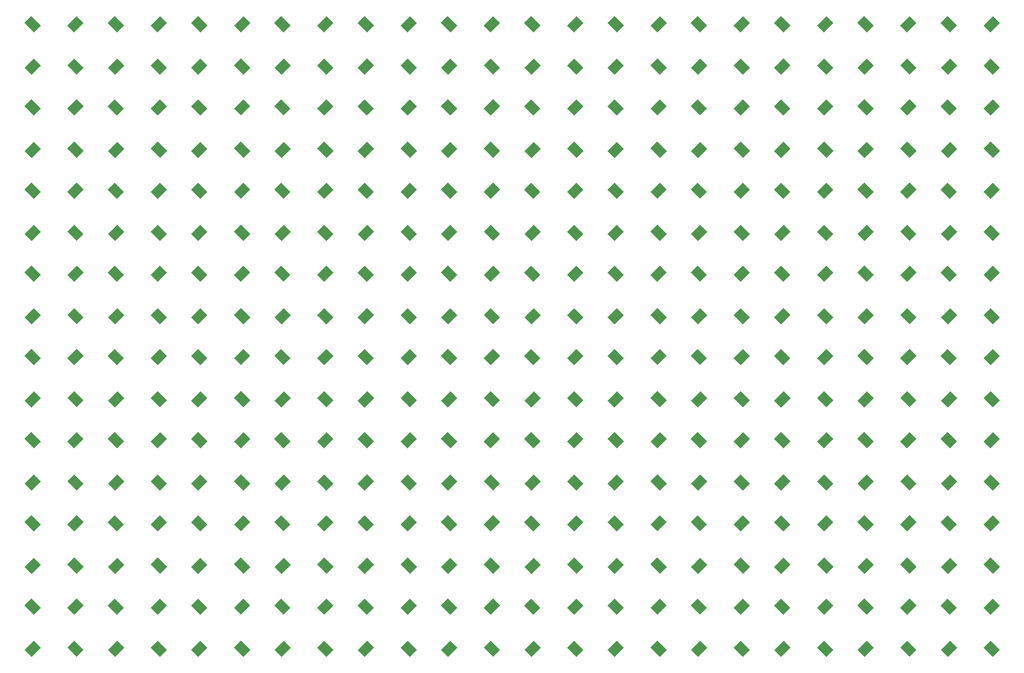
<source format=gbr>
G04 DipTrace 2.4.0.2*
%INroutetab.gbr*%
%MOIN*%
%FSLAX44Y44*%
G04*
G70*
G90*
G75*
G01*
%LNroutetab*%
%LPD*%
G36*
X3349Y7295D2*
X3880Y7826D1*
X4587Y7119D1*
X4056Y6588D1*
X3349Y7295D1*
G37*
G36*
X3897Y3365D2*
X3367Y3895D1*
X4074Y4602D1*
X4605Y4072D1*
X3897Y3365D1*
G37*
G36*
X7848Y3907D2*
X7317Y3376D1*
X6610Y4083D1*
X7140Y4614D1*
X7848Y3907D1*
G37*
G36*
X7318Y7822D2*
X7848Y7292D1*
X7141Y6585D1*
X6611Y7115D1*
X7318Y7822D1*
G37*
G36*
X9669Y7295D2*
X10200Y7826D1*
X10907Y7119D1*
X10376Y6588D1*
X9669Y7295D1*
G37*
G36*
X10217Y3365D2*
X9687Y3895D1*
X10394Y4602D1*
X10925Y4072D1*
X10217Y3365D1*
G37*
G36*
X14168Y3907D2*
X13637Y3376D1*
X12930Y4083D1*
X13460Y4614D1*
X14168Y3907D1*
G37*
G36*
X13638Y7822D2*
X14168Y7292D1*
X13461Y6585D1*
X12931Y7115D1*
X13638Y7822D1*
G37*
G36*
X15989Y7295D2*
X16520Y7826D1*
X17227Y7119D1*
X16696Y6588D1*
X15989Y7295D1*
G37*
G36*
X16537Y3365D2*
X16007Y3895D1*
X16714Y4602D1*
X17245Y4072D1*
X16537Y3365D1*
G37*
G36*
X20488Y3907D2*
X19957Y3376D1*
X19250Y4083D1*
X19780Y4614D1*
X20488Y3907D1*
G37*
G36*
X19958Y7822D2*
X20488Y7292D1*
X19781Y6585D1*
X19251Y7115D1*
X19958Y7822D1*
G37*
G36*
X22309Y7295D2*
X22840Y7826D1*
X23547Y7119D1*
X23016Y6588D1*
X22309Y7295D1*
G37*
G36*
X22857Y3365D2*
X22327Y3895D1*
X23034Y4602D1*
X23565Y4072D1*
X22857Y3365D1*
G37*
G36*
X26808Y3907D2*
X26277Y3376D1*
X25570Y4083D1*
X26100Y4614D1*
X26808Y3907D1*
G37*
G36*
X26278Y7822D2*
X26808Y7292D1*
X26101Y6585D1*
X25571Y7115D1*
X26278Y7822D1*
G37*
G36*
X28629Y7295D2*
X29160Y7826D1*
X29867Y7119D1*
X29336Y6588D1*
X28629Y7295D1*
G37*
G36*
X29177Y3365D2*
X28647Y3895D1*
X29354Y4602D1*
X29885Y4072D1*
X29177Y3365D1*
G37*
G36*
X33128Y3907D2*
X32597Y3376D1*
X31890Y4083D1*
X32420Y4614D1*
X33128Y3907D1*
G37*
G36*
X32598Y7822D2*
X33128Y7292D1*
X32421Y6585D1*
X31891Y7115D1*
X32598Y7822D1*
G37*
G36*
X34949Y7295D2*
X35480Y7826D1*
X36187Y7119D1*
X35656Y6588D1*
X34949Y7295D1*
G37*
G36*
X35497Y3365D2*
X34967Y3895D1*
X35674Y4602D1*
X36205Y4072D1*
X35497Y3365D1*
G37*
G36*
X39448Y3907D2*
X38917Y3376D1*
X38210Y4083D1*
X38740Y4614D1*
X39448Y3907D1*
G37*
G36*
X38918Y7822D2*
X39448Y7292D1*
X38741Y6585D1*
X38211Y7115D1*
X38918Y7822D1*
G37*
G36*
X41269Y7295D2*
X41800Y7826D1*
X42507Y7119D1*
X41976Y6588D1*
X41269Y7295D1*
G37*
G36*
X41817Y3365D2*
X41287Y3895D1*
X41994Y4602D1*
X42525Y4072D1*
X41817Y3365D1*
G37*
G36*
X45768Y3907D2*
X45237Y3376D1*
X44530Y4083D1*
X45060Y4614D1*
X45768Y3907D1*
G37*
G36*
X45238Y7822D2*
X45768Y7292D1*
X45061Y6585D1*
X44531Y7115D1*
X45238Y7822D1*
G37*
G36*
X47589Y7295D2*
X48120Y7826D1*
X48827Y7119D1*
X48296Y6588D1*
X47589Y7295D1*
G37*
G36*
X48137Y3365D2*
X47607Y3895D1*
X48314Y4602D1*
X48845Y4072D1*
X48137Y3365D1*
G37*
G36*
X52088Y3907D2*
X51557Y3376D1*
X50850Y4083D1*
X51380Y4614D1*
X52088Y3907D1*
G37*
G36*
X51558Y7822D2*
X52088Y7292D1*
X51381Y6585D1*
X50851Y7115D1*
X51558Y7822D1*
G37*
G36*
X53909Y7295D2*
X54440Y7826D1*
X55147Y7119D1*
X54616Y6588D1*
X53909Y7295D1*
G37*
G36*
X54457Y3365D2*
X53927Y3895D1*
X54634Y4602D1*
X55165Y4072D1*
X54457Y3365D1*
G37*
G36*
X58408Y3907D2*
X57877Y3376D1*
X57170Y4083D1*
X57700Y4614D1*
X58408Y3907D1*
G37*
G36*
X57878Y7822D2*
X58408Y7292D1*
X57701Y6585D1*
X57171Y7115D1*
X57878Y7822D1*
G37*
G36*
X60229Y7295D2*
X60760Y7826D1*
X61467Y7119D1*
X60936Y6588D1*
X60229Y7295D1*
G37*
G36*
X60777Y3365D2*
X60247Y3895D1*
X60954Y4602D1*
X61485Y4072D1*
X60777Y3365D1*
G37*
G36*
X64728Y3907D2*
X64197Y3376D1*
X63490Y4083D1*
X64020Y4614D1*
X64728Y3907D1*
G37*
G36*
X64198Y7822D2*
X64728Y7292D1*
X64021Y6585D1*
X63491Y7115D1*
X64198Y7822D1*
G37*
G36*
X66549Y7295D2*
X67080Y7826D1*
X67787Y7119D1*
X67256Y6588D1*
X66549Y7295D1*
G37*
G36*
X67097Y3365D2*
X66567Y3895D1*
X67274Y4602D1*
X67805Y4072D1*
X67097Y3365D1*
G37*
G36*
X71048Y3907D2*
X70517Y3376D1*
X69810Y4083D1*
X70340Y4614D1*
X71048Y3907D1*
G37*
G36*
X70518Y7822D2*
X71048Y7292D1*
X70341Y6585D1*
X69811Y7115D1*
X70518Y7822D1*
G37*
G36*
X72869Y7295D2*
X73400Y7826D1*
X74107Y7119D1*
X73576Y6588D1*
X72869Y7295D1*
G37*
G36*
X73417Y3365D2*
X72887Y3895D1*
X73594Y4602D1*
X74125Y4072D1*
X73417Y3365D1*
G37*
G36*
X77368Y3907D2*
X76837Y3376D1*
X76130Y4083D1*
X76660Y4614D1*
X77368Y3907D1*
G37*
G36*
X76838Y7822D2*
X77368Y7292D1*
X76661Y6585D1*
X76131Y7115D1*
X76838Y7822D1*
G37*
G36*
X3349Y13615D2*
X3880Y14146D1*
X4587Y13439D1*
X4056Y12908D1*
X3349Y13615D1*
G37*
G36*
X3897Y9685D2*
X3367Y10215D1*
X4074Y10922D1*
X4605Y10392D1*
X3897Y9685D1*
G37*
G36*
X7848Y10227D2*
X7317Y9696D1*
X6610Y10403D1*
X7140Y10934D1*
X7848Y10227D1*
G37*
G36*
X7318Y14142D2*
X7848Y13612D1*
X7141Y12905D1*
X6611Y13435D1*
X7318Y14142D1*
G37*
G36*
X9669Y13615D2*
X10200Y14146D1*
X10907Y13439D1*
X10376Y12908D1*
X9669Y13615D1*
G37*
G36*
X10217Y9685D2*
X9687Y10215D1*
X10394Y10922D1*
X10925Y10392D1*
X10217Y9685D1*
G37*
G36*
X14168Y10227D2*
X13637Y9696D1*
X12930Y10403D1*
X13460Y10934D1*
X14168Y10227D1*
G37*
G36*
X13638Y14142D2*
X14168Y13612D1*
X13461Y12905D1*
X12931Y13435D1*
X13638Y14142D1*
G37*
G36*
X15989Y13615D2*
X16520Y14146D1*
X17227Y13439D1*
X16696Y12908D1*
X15989Y13615D1*
G37*
G36*
X16537Y9685D2*
X16007Y10215D1*
X16714Y10922D1*
X17245Y10392D1*
X16537Y9685D1*
G37*
G36*
X20488Y10227D2*
X19957Y9696D1*
X19250Y10403D1*
X19780Y10934D1*
X20488Y10227D1*
G37*
G36*
X19958Y14142D2*
X20488Y13612D1*
X19781Y12905D1*
X19251Y13435D1*
X19958Y14142D1*
G37*
G36*
X22309Y13615D2*
X22840Y14146D1*
X23547Y13439D1*
X23016Y12908D1*
X22309Y13615D1*
G37*
G36*
X22857Y9685D2*
X22327Y10215D1*
X23034Y10922D1*
X23565Y10392D1*
X22857Y9685D1*
G37*
G36*
X26808Y10227D2*
X26277Y9696D1*
X25570Y10403D1*
X26100Y10934D1*
X26808Y10227D1*
G37*
G36*
X26278Y14142D2*
X26808Y13612D1*
X26101Y12905D1*
X25571Y13435D1*
X26278Y14142D1*
G37*
G36*
X28629Y13615D2*
X29160Y14146D1*
X29867Y13439D1*
X29336Y12908D1*
X28629Y13615D1*
G37*
G36*
X29177Y9685D2*
X28647Y10215D1*
X29354Y10922D1*
X29885Y10392D1*
X29177Y9685D1*
G37*
G36*
X33128Y10227D2*
X32597Y9696D1*
X31890Y10403D1*
X32420Y10934D1*
X33128Y10227D1*
G37*
G36*
X32598Y14142D2*
X33128Y13612D1*
X32421Y12905D1*
X31891Y13435D1*
X32598Y14142D1*
G37*
G36*
X34949Y13615D2*
X35480Y14146D1*
X36187Y13439D1*
X35656Y12908D1*
X34949Y13615D1*
G37*
G36*
X35497Y9685D2*
X34967Y10215D1*
X35674Y10922D1*
X36205Y10392D1*
X35497Y9685D1*
G37*
G36*
X39448Y10227D2*
X38917Y9696D1*
X38210Y10403D1*
X38740Y10934D1*
X39448Y10227D1*
G37*
G36*
X38918Y14142D2*
X39448Y13612D1*
X38741Y12905D1*
X38211Y13435D1*
X38918Y14142D1*
G37*
G36*
X41269Y13615D2*
X41800Y14146D1*
X42507Y13439D1*
X41976Y12908D1*
X41269Y13615D1*
G37*
G36*
X41817Y9685D2*
X41287Y10215D1*
X41994Y10922D1*
X42525Y10392D1*
X41817Y9685D1*
G37*
G36*
X45768Y10227D2*
X45237Y9696D1*
X44530Y10403D1*
X45060Y10934D1*
X45768Y10227D1*
G37*
G36*
X45238Y14142D2*
X45768Y13612D1*
X45061Y12905D1*
X44531Y13435D1*
X45238Y14142D1*
G37*
G36*
X47589Y13615D2*
X48120Y14146D1*
X48827Y13439D1*
X48296Y12908D1*
X47589Y13615D1*
G37*
G36*
X48137Y9685D2*
X47607Y10215D1*
X48314Y10922D1*
X48845Y10392D1*
X48137Y9685D1*
G37*
G36*
X52088Y10227D2*
X51557Y9696D1*
X50850Y10403D1*
X51380Y10934D1*
X52088Y10227D1*
G37*
G36*
X51558Y14142D2*
X52088Y13612D1*
X51381Y12905D1*
X50851Y13435D1*
X51558Y14142D1*
G37*
G36*
X53909Y13615D2*
X54440Y14146D1*
X55147Y13439D1*
X54616Y12908D1*
X53909Y13615D1*
G37*
G36*
X54457Y9685D2*
X53927Y10215D1*
X54634Y10922D1*
X55165Y10392D1*
X54457Y9685D1*
G37*
G36*
X58408Y10227D2*
X57877Y9696D1*
X57170Y10403D1*
X57700Y10934D1*
X58408Y10227D1*
G37*
G36*
X57878Y14142D2*
X58408Y13612D1*
X57701Y12905D1*
X57171Y13435D1*
X57878Y14142D1*
G37*
G36*
X60229Y13615D2*
X60760Y14146D1*
X61467Y13439D1*
X60936Y12908D1*
X60229Y13615D1*
G37*
G36*
X60777Y9685D2*
X60247Y10215D1*
X60954Y10922D1*
X61485Y10392D1*
X60777Y9685D1*
G37*
G36*
X64728Y10227D2*
X64197Y9696D1*
X63490Y10403D1*
X64020Y10934D1*
X64728Y10227D1*
G37*
G36*
X64198Y14142D2*
X64728Y13612D1*
X64021Y12905D1*
X63491Y13435D1*
X64198Y14142D1*
G37*
G36*
X66549Y13615D2*
X67080Y14146D1*
X67787Y13439D1*
X67256Y12908D1*
X66549Y13615D1*
G37*
G36*
X67097Y9685D2*
X66567Y10215D1*
X67274Y10922D1*
X67805Y10392D1*
X67097Y9685D1*
G37*
G36*
X71048Y10227D2*
X70517Y9696D1*
X69810Y10403D1*
X70340Y10934D1*
X71048Y10227D1*
G37*
G36*
X70518Y14142D2*
X71048Y13612D1*
X70341Y12905D1*
X69811Y13435D1*
X70518Y14142D1*
G37*
G36*
X72869Y13615D2*
X73400Y14146D1*
X74107Y13439D1*
X73576Y12908D1*
X72869Y13615D1*
G37*
G36*
X73417Y9685D2*
X72887Y10215D1*
X73594Y10922D1*
X74125Y10392D1*
X73417Y9685D1*
G37*
G36*
X77368Y10227D2*
X76837Y9696D1*
X76130Y10403D1*
X76660Y10934D1*
X77368Y10227D1*
G37*
G36*
X76838Y14142D2*
X77368Y13612D1*
X76661Y12905D1*
X76131Y13435D1*
X76838Y14142D1*
G37*
G36*
X3349Y19935D2*
X3880Y20466D1*
X4587Y19759D1*
X4056Y19228D1*
X3349Y19935D1*
G37*
G36*
X3897Y16005D2*
X3367Y16535D1*
X4074Y17242D1*
X4605Y16712D1*
X3897Y16005D1*
G37*
G36*
X7848Y16547D2*
X7317Y16016D1*
X6610Y16723D1*
X7140Y17254D1*
X7848Y16547D1*
G37*
G36*
X7318Y20462D2*
X7848Y19932D1*
X7141Y19225D1*
X6611Y19755D1*
X7318Y20462D1*
G37*
G36*
X9669Y19935D2*
X10200Y20466D1*
X10907Y19759D1*
X10376Y19228D1*
X9669Y19935D1*
G37*
G36*
X10217Y16005D2*
X9687Y16535D1*
X10394Y17242D1*
X10925Y16712D1*
X10217Y16005D1*
G37*
G36*
X14168Y16547D2*
X13637Y16016D1*
X12930Y16723D1*
X13460Y17254D1*
X14168Y16547D1*
G37*
G36*
X13638Y20462D2*
X14168Y19932D1*
X13461Y19225D1*
X12931Y19755D1*
X13638Y20462D1*
G37*
G36*
X15989Y19935D2*
X16520Y20466D1*
X17227Y19759D1*
X16696Y19228D1*
X15989Y19935D1*
G37*
G36*
X16537Y16005D2*
X16007Y16535D1*
X16714Y17242D1*
X17245Y16712D1*
X16537Y16005D1*
G37*
G36*
X20488Y16547D2*
X19957Y16016D1*
X19250Y16723D1*
X19780Y17254D1*
X20488Y16547D1*
G37*
G36*
X19958Y20462D2*
X20488Y19932D1*
X19781Y19225D1*
X19251Y19755D1*
X19958Y20462D1*
G37*
G36*
X22309Y19935D2*
X22840Y20466D1*
X23547Y19759D1*
X23016Y19228D1*
X22309Y19935D1*
G37*
G36*
X22857Y16005D2*
X22327Y16535D1*
X23034Y17242D1*
X23565Y16712D1*
X22857Y16005D1*
G37*
G36*
X26808Y16547D2*
X26277Y16016D1*
X25570Y16723D1*
X26100Y17254D1*
X26808Y16547D1*
G37*
G36*
X26278Y20462D2*
X26808Y19932D1*
X26101Y19225D1*
X25571Y19755D1*
X26278Y20462D1*
G37*
G36*
X28629Y19935D2*
X29160Y20466D1*
X29867Y19759D1*
X29336Y19228D1*
X28629Y19935D1*
G37*
G36*
X29177Y16005D2*
X28647Y16535D1*
X29354Y17242D1*
X29885Y16712D1*
X29177Y16005D1*
G37*
G36*
X33128Y16547D2*
X32597Y16016D1*
X31890Y16723D1*
X32420Y17254D1*
X33128Y16547D1*
G37*
G36*
X32598Y20462D2*
X33128Y19932D1*
X32421Y19225D1*
X31891Y19755D1*
X32598Y20462D1*
G37*
G36*
X34949Y19935D2*
X35480Y20466D1*
X36187Y19759D1*
X35656Y19228D1*
X34949Y19935D1*
G37*
G36*
X35497Y16005D2*
X34967Y16535D1*
X35674Y17242D1*
X36205Y16712D1*
X35497Y16005D1*
G37*
G36*
X39448Y16547D2*
X38917Y16016D1*
X38210Y16723D1*
X38740Y17254D1*
X39448Y16547D1*
G37*
G36*
X38918Y20462D2*
X39448Y19932D1*
X38741Y19225D1*
X38211Y19755D1*
X38918Y20462D1*
G37*
G36*
X41269Y19935D2*
X41800Y20466D1*
X42507Y19759D1*
X41976Y19228D1*
X41269Y19935D1*
G37*
G36*
X41817Y16005D2*
X41287Y16535D1*
X41994Y17242D1*
X42525Y16712D1*
X41817Y16005D1*
G37*
G36*
X45768Y16547D2*
X45237Y16016D1*
X44530Y16723D1*
X45060Y17254D1*
X45768Y16547D1*
G37*
G36*
X45238Y20462D2*
X45768Y19932D1*
X45061Y19225D1*
X44531Y19755D1*
X45238Y20462D1*
G37*
G36*
X47589Y19935D2*
X48120Y20466D1*
X48827Y19759D1*
X48296Y19228D1*
X47589Y19935D1*
G37*
G36*
X48137Y16005D2*
X47607Y16535D1*
X48314Y17242D1*
X48845Y16712D1*
X48137Y16005D1*
G37*
G36*
X52088Y16547D2*
X51557Y16016D1*
X50850Y16723D1*
X51380Y17254D1*
X52088Y16547D1*
G37*
G36*
X51558Y20462D2*
X52088Y19932D1*
X51381Y19225D1*
X50851Y19755D1*
X51558Y20462D1*
G37*
G36*
X53909Y19935D2*
X54440Y20466D1*
X55147Y19759D1*
X54616Y19228D1*
X53909Y19935D1*
G37*
G36*
X54457Y16005D2*
X53927Y16535D1*
X54634Y17242D1*
X55165Y16712D1*
X54457Y16005D1*
G37*
G36*
X58408Y16547D2*
X57877Y16016D1*
X57170Y16723D1*
X57700Y17254D1*
X58408Y16547D1*
G37*
G36*
X57878Y20462D2*
X58408Y19932D1*
X57701Y19225D1*
X57171Y19755D1*
X57878Y20462D1*
G37*
G36*
X60229Y19935D2*
X60760Y20466D1*
X61467Y19759D1*
X60936Y19228D1*
X60229Y19935D1*
G37*
G36*
X60777Y16005D2*
X60247Y16535D1*
X60954Y17242D1*
X61485Y16712D1*
X60777Y16005D1*
G37*
G36*
X64728Y16547D2*
X64197Y16016D1*
X63490Y16723D1*
X64020Y17254D1*
X64728Y16547D1*
G37*
G36*
X64198Y20462D2*
X64728Y19932D1*
X64021Y19225D1*
X63491Y19755D1*
X64198Y20462D1*
G37*
G36*
X66549Y19935D2*
X67080Y20466D1*
X67787Y19759D1*
X67256Y19228D1*
X66549Y19935D1*
G37*
G36*
X67097Y16005D2*
X66567Y16535D1*
X67274Y17242D1*
X67805Y16712D1*
X67097Y16005D1*
G37*
G36*
X71048Y16547D2*
X70517Y16016D1*
X69810Y16723D1*
X70340Y17254D1*
X71048Y16547D1*
G37*
G36*
X70518Y20462D2*
X71048Y19932D1*
X70341Y19225D1*
X69811Y19755D1*
X70518Y20462D1*
G37*
G36*
X72869Y19935D2*
X73400Y20466D1*
X74107Y19759D1*
X73576Y19228D1*
X72869Y19935D1*
G37*
G36*
X73417Y16005D2*
X72887Y16535D1*
X73594Y17242D1*
X74125Y16712D1*
X73417Y16005D1*
G37*
G36*
X77368Y16547D2*
X76837Y16016D1*
X76130Y16723D1*
X76660Y17254D1*
X77368Y16547D1*
G37*
G36*
X76838Y20462D2*
X77368Y19932D1*
X76661Y19225D1*
X76131Y19755D1*
X76838Y20462D1*
G37*
G36*
X3349Y26255D2*
X3880Y26786D1*
X4587Y26079D1*
X4056Y25548D1*
X3349Y26255D1*
G37*
G36*
X3897Y22325D2*
X3367Y22855D1*
X4074Y23562D1*
X4605Y23032D1*
X3897Y22325D1*
G37*
G36*
X7848Y22867D2*
X7317Y22336D1*
X6610Y23043D1*
X7140Y23574D1*
X7848Y22867D1*
G37*
G36*
X7318Y26782D2*
X7848Y26252D1*
X7141Y25545D1*
X6611Y26075D1*
X7318Y26782D1*
G37*
G36*
X9669Y26255D2*
X10200Y26786D1*
X10907Y26079D1*
X10376Y25548D1*
X9669Y26255D1*
G37*
G36*
X10217Y22325D2*
X9687Y22855D1*
X10394Y23562D1*
X10925Y23032D1*
X10217Y22325D1*
G37*
G36*
X14168Y22867D2*
X13637Y22336D1*
X12930Y23043D1*
X13460Y23574D1*
X14168Y22867D1*
G37*
G36*
X13638Y26782D2*
X14168Y26252D1*
X13461Y25545D1*
X12931Y26075D1*
X13638Y26782D1*
G37*
G36*
X15989Y26255D2*
X16520Y26786D1*
X17227Y26079D1*
X16696Y25548D1*
X15989Y26255D1*
G37*
G36*
X16537Y22325D2*
X16007Y22855D1*
X16714Y23562D1*
X17245Y23032D1*
X16537Y22325D1*
G37*
G36*
X20488Y22867D2*
X19957Y22336D1*
X19250Y23043D1*
X19780Y23574D1*
X20488Y22867D1*
G37*
G36*
X19958Y26782D2*
X20488Y26252D1*
X19781Y25545D1*
X19251Y26075D1*
X19958Y26782D1*
G37*
G36*
X22309Y26255D2*
X22840Y26786D1*
X23547Y26079D1*
X23016Y25548D1*
X22309Y26255D1*
G37*
G36*
X22857Y22325D2*
X22327Y22855D1*
X23034Y23562D1*
X23565Y23032D1*
X22857Y22325D1*
G37*
G36*
X26808Y22867D2*
X26277Y22336D1*
X25570Y23043D1*
X26100Y23574D1*
X26808Y22867D1*
G37*
G36*
X26278Y26782D2*
X26808Y26252D1*
X26101Y25545D1*
X25571Y26075D1*
X26278Y26782D1*
G37*
G36*
X28629Y26255D2*
X29160Y26786D1*
X29867Y26079D1*
X29336Y25548D1*
X28629Y26255D1*
G37*
G36*
X29177Y22325D2*
X28647Y22855D1*
X29354Y23562D1*
X29885Y23032D1*
X29177Y22325D1*
G37*
G36*
X33128Y22867D2*
X32597Y22336D1*
X31890Y23043D1*
X32420Y23574D1*
X33128Y22867D1*
G37*
G36*
X32598Y26782D2*
X33128Y26252D1*
X32421Y25545D1*
X31891Y26075D1*
X32598Y26782D1*
G37*
G36*
X34949Y26255D2*
X35480Y26786D1*
X36187Y26079D1*
X35656Y25548D1*
X34949Y26255D1*
G37*
G36*
X35497Y22325D2*
X34967Y22855D1*
X35674Y23562D1*
X36205Y23032D1*
X35497Y22325D1*
G37*
G36*
X39448Y22867D2*
X38917Y22336D1*
X38210Y23043D1*
X38740Y23574D1*
X39448Y22867D1*
G37*
G36*
X38918Y26782D2*
X39448Y26252D1*
X38741Y25545D1*
X38211Y26075D1*
X38918Y26782D1*
G37*
G36*
X41269Y26255D2*
X41800Y26786D1*
X42507Y26079D1*
X41976Y25548D1*
X41269Y26255D1*
G37*
G36*
X41817Y22325D2*
X41287Y22855D1*
X41994Y23562D1*
X42525Y23032D1*
X41817Y22325D1*
G37*
G36*
X45768Y22867D2*
X45237Y22336D1*
X44530Y23043D1*
X45060Y23574D1*
X45768Y22867D1*
G37*
G36*
X45238Y26782D2*
X45768Y26252D1*
X45061Y25545D1*
X44531Y26075D1*
X45238Y26782D1*
G37*
G36*
X47589Y26255D2*
X48120Y26786D1*
X48827Y26079D1*
X48296Y25548D1*
X47589Y26255D1*
G37*
G36*
X48137Y22325D2*
X47607Y22855D1*
X48314Y23562D1*
X48845Y23032D1*
X48137Y22325D1*
G37*
G36*
X52088Y22867D2*
X51557Y22336D1*
X50850Y23043D1*
X51380Y23574D1*
X52088Y22867D1*
G37*
G36*
X51558Y26782D2*
X52088Y26252D1*
X51381Y25545D1*
X50851Y26075D1*
X51558Y26782D1*
G37*
G36*
X53909Y26255D2*
X54440Y26786D1*
X55147Y26079D1*
X54616Y25548D1*
X53909Y26255D1*
G37*
G36*
X54457Y22325D2*
X53927Y22855D1*
X54634Y23562D1*
X55165Y23032D1*
X54457Y22325D1*
G37*
G36*
X58408Y22867D2*
X57877Y22336D1*
X57170Y23043D1*
X57700Y23574D1*
X58408Y22867D1*
G37*
G36*
X57878Y26782D2*
X58408Y26252D1*
X57701Y25545D1*
X57171Y26075D1*
X57878Y26782D1*
G37*
G36*
X60229Y26255D2*
X60760Y26786D1*
X61467Y26079D1*
X60936Y25548D1*
X60229Y26255D1*
G37*
G36*
X60777Y22325D2*
X60247Y22855D1*
X60954Y23562D1*
X61485Y23032D1*
X60777Y22325D1*
G37*
G36*
X64728Y22867D2*
X64197Y22336D1*
X63490Y23043D1*
X64020Y23574D1*
X64728Y22867D1*
G37*
G36*
X64198Y26782D2*
X64728Y26252D1*
X64021Y25545D1*
X63491Y26075D1*
X64198Y26782D1*
G37*
G36*
X66549Y26255D2*
X67080Y26786D1*
X67787Y26079D1*
X67256Y25548D1*
X66549Y26255D1*
G37*
G36*
X67097Y22325D2*
X66567Y22855D1*
X67274Y23562D1*
X67805Y23032D1*
X67097Y22325D1*
G37*
G36*
X71048Y22867D2*
X70517Y22336D1*
X69810Y23043D1*
X70340Y23574D1*
X71048Y22867D1*
G37*
G36*
X70518Y26782D2*
X71048Y26252D1*
X70341Y25545D1*
X69811Y26075D1*
X70518Y26782D1*
G37*
G36*
X72869Y26255D2*
X73400Y26786D1*
X74107Y26079D1*
X73576Y25548D1*
X72869Y26255D1*
G37*
G36*
X73417Y22325D2*
X72887Y22855D1*
X73594Y23562D1*
X74125Y23032D1*
X73417Y22325D1*
G37*
G36*
X77368Y22867D2*
X76837Y22336D1*
X76130Y23043D1*
X76660Y23574D1*
X77368Y22867D1*
G37*
G36*
X76838Y26782D2*
X77368Y26252D1*
X76661Y25545D1*
X76131Y26075D1*
X76838Y26782D1*
G37*
G36*
X3349Y32575D2*
X3880Y33106D1*
X4587Y32399D1*
X4056Y31868D1*
X3349Y32575D1*
G37*
G36*
X3897Y28645D2*
X3367Y29175D1*
X4074Y29882D1*
X4605Y29352D1*
X3897Y28645D1*
G37*
G36*
X7848Y29187D2*
X7317Y28656D1*
X6610Y29363D1*
X7140Y29894D1*
X7848Y29187D1*
G37*
G36*
X7318Y33102D2*
X7848Y32572D1*
X7141Y31865D1*
X6611Y32395D1*
X7318Y33102D1*
G37*
G36*
X9669Y32575D2*
X10200Y33106D1*
X10907Y32399D1*
X10376Y31868D1*
X9669Y32575D1*
G37*
G36*
X10217Y28645D2*
X9687Y29175D1*
X10394Y29882D1*
X10925Y29352D1*
X10217Y28645D1*
G37*
G36*
X14168Y29187D2*
X13637Y28656D1*
X12930Y29363D1*
X13460Y29894D1*
X14168Y29187D1*
G37*
G36*
X13638Y33102D2*
X14168Y32572D1*
X13461Y31865D1*
X12931Y32395D1*
X13638Y33102D1*
G37*
G36*
X15989Y32575D2*
X16520Y33106D1*
X17227Y32399D1*
X16696Y31868D1*
X15989Y32575D1*
G37*
G36*
X16537Y28645D2*
X16007Y29175D1*
X16714Y29882D1*
X17245Y29352D1*
X16537Y28645D1*
G37*
G36*
X20488Y29187D2*
X19957Y28656D1*
X19250Y29363D1*
X19780Y29894D1*
X20488Y29187D1*
G37*
G36*
X19958Y33102D2*
X20488Y32572D1*
X19781Y31865D1*
X19251Y32395D1*
X19958Y33102D1*
G37*
G36*
X22309Y32575D2*
X22840Y33106D1*
X23547Y32399D1*
X23016Y31868D1*
X22309Y32575D1*
G37*
G36*
X22857Y28645D2*
X22327Y29175D1*
X23034Y29882D1*
X23565Y29352D1*
X22857Y28645D1*
G37*
G36*
X26808Y29187D2*
X26277Y28656D1*
X25570Y29363D1*
X26100Y29894D1*
X26808Y29187D1*
G37*
G36*
X26278Y33102D2*
X26808Y32572D1*
X26101Y31865D1*
X25571Y32395D1*
X26278Y33102D1*
G37*
G36*
X28629Y32575D2*
X29160Y33106D1*
X29867Y32399D1*
X29336Y31868D1*
X28629Y32575D1*
G37*
G36*
X29177Y28645D2*
X28647Y29175D1*
X29354Y29882D1*
X29885Y29352D1*
X29177Y28645D1*
G37*
G36*
X33128Y29187D2*
X32597Y28656D1*
X31890Y29363D1*
X32420Y29894D1*
X33128Y29187D1*
G37*
G36*
X32598Y33102D2*
X33128Y32572D1*
X32421Y31865D1*
X31891Y32395D1*
X32598Y33102D1*
G37*
G36*
X34949Y32575D2*
X35480Y33106D1*
X36187Y32399D1*
X35656Y31868D1*
X34949Y32575D1*
G37*
G36*
X35497Y28645D2*
X34967Y29175D1*
X35674Y29882D1*
X36205Y29352D1*
X35497Y28645D1*
G37*
G36*
X39448Y29187D2*
X38917Y28656D1*
X38210Y29363D1*
X38740Y29894D1*
X39448Y29187D1*
G37*
G36*
X38918Y33102D2*
X39448Y32572D1*
X38741Y31865D1*
X38211Y32395D1*
X38918Y33102D1*
G37*
G36*
X41269Y32575D2*
X41800Y33106D1*
X42507Y32399D1*
X41976Y31868D1*
X41269Y32575D1*
G37*
G36*
X41817Y28645D2*
X41287Y29175D1*
X41994Y29882D1*
X42525Y29352D1*
X41817Y28645D1*
G37*
G36*
X45768Y29187D2*
X45237Y28656D1*
X44530Y29363D1*
X45060Y29894D1*
X45768Y29187D1*
G37*
G36*
X45238Y33102D2*
X45768Y32572D1*
X45061Y31865D1*
X44531Y32395D1*
X45238Y33102D1*
G37*
G36*
X47589Y32575D2*
X48120Y33106D1*
X48827Y32399D1*
X48296Y31868D1*
X47589Y32575D1*
G37*
G36*
X48137Y28645D2*
X47607Y29175D1*
X48314Y29882D1*
X48845Y29352D1*
X48137Y28645D1*
G37*
G36*
X52088Y29187D2*
X51557Y28656D1*
X50850Y29363D1*
X51380Y29894D1*
X52088Y29187D1*
G37*
G36*
X51558Y33102D2*
X52088Y32572D1*
X51381Y31865D1*
X50851Y32395D1*
X51558Y33102D1*
G37*
G36*
X53909Y32575D2*
X54440Y33106D1*
X55147Y32399D1*
X54616Y31868D1*
X53909Y32575D1*
G37*
G36*
X54457Y28645D2*
X53927Y29175D1*
X54634Y29882D1*
X55165Y29352D1*
X54457Y28645D1*
G37*
G36*
X58408Y29187D2*
X57877Y28656D1*
X57170Y29363D1*
X57700Y29894D1*
X58408Y29187D1*
G37*
G36*
X57878Y33102D2*
X58408Y32572D1*
X57701Y31865D1*
X57171Y32395D1*
X57878Y33102D1*
G37*
G36*
X60229Y32575D2*
X60760Y33106D1*
X61467Y32399D1*
X60936Y31868D1*
X60229Y32575D1*
G37*
G36*
X60777Y28645D2*
X60247Y29175D1*
X60954Y29882D1*
X61485Y29352D1*
X60777Y28645D1*
G37*
G36*
X64728Y29187D2*
X64197Y28656D1*
X63490Y29363D1*
X64020Y29894D1*
X64728Y29187D1*
G37*
G36*
X64198Y33102D2*
X64728Y32572D1*
X64021Y31865D1*
X63491Y32395D1*
X64198Y33102D1*
G37*
G36*
X66549Y32575D2*
X67080Y33106D1*
X67787Y32399D1*
X67256Y31868D1*
X66549Y32575D1*
G37*
G36*
X67097Y28645D2*
X66567Y29175D1*
X67274Y29882D1*
X67805Y29352D1*
X67097Y28645D1*
G37*
G36*
X71048Y29187D2*
X70517Y28656D1*
X69810Y29363D1*
X70340Y29894D1*
X71048Y29187D1*
G37*
G36*
X70518Y33102D2*
X71048Y32572D1*
X70341Y31865D1*
X69811Y32395D1*
X70518Y33102D1*
G37*
G36*
X72869Y32575D2*
X73400Y33106D1*
X74107Y32399D1*
X73576Y31868D1*
X72869Y32575D1*
G37*
G36*
X73417Y28645D2*
X72887Y29175D1*
X73594Y29882D1*
X74125Y29352D1*
X73417Y28645D1*
G37*
G36*
X77368Y29187D2*
X76837Y28656D1*
X76130Y29363D1*
X76660Y29894D1*
X77368Y29187D1*
G37*
G36*
X76838Y33102D2*
X77368Y32572D1*
X76661Y31865D1*
X76131Y32395D1*
X76838Y33102D1*
G37*
G36*
X3349Y38895D2*
X3880Y39426D1*
X4587Y38719D1*
X4056Y38188D1*
X3349Y38895D1*
G37*
G36*
X3897Y34965D2*
X3367Y35495D1*
X4074Y36202D1*
X4605Y35672D1*
X3897Y34965D1*
G37*
G36*
X7848Y35507D2*
X7317Y34976D1*
X6610Y35683D1*
X7140Y36214D1*
X7848Y35507D1*
G37*
G36*
X7318Y39422D2*
X7848Y38892D1*
X7141Y38185D1*
X6611Y38715D1*
X7318Y39422D1*
G37*
G36*
X9669Y38895D2*
X10200Y39426D1*
X10907Y38719D1*
X10376Y38188D1*
X9669Y38895D1*
G37*
G36*
X10217Y34965D2*
X9687Y35495D1*
X10394Y36202D1*
X10925Y35672D1*
X10217Y34965D1*
G37*
G36*
X14168Y35507D2*
X13637Y34976D1*
X12930Y35683D1*
X13460Y36214D1*
X14168Y35507D1*
G37*
G36*
X13638Y39422D2*
X14168Y38892D1*
X13461Y38185D1*
X12931Y38715D1*
X13638Y39422D1*
G37*
G36*
X15989Y38895D2*
X16520Y39426D1*
X17227Y38719D1*
X16696Y38188D1*
X15989Y38895D1*
G37*
G36*
X16537Y34965D2*
X16007Y35495D1*
X16714Y36202D1*
X17245Y35672D1*
X16537Y34965D1*
G37*
G36*
X20488Y35507D2*
X19957Y34976D1*
X19250Y35683D1*
X19780Y36214D1*
X20488Y35507D1*
G37*
G36*
X19958Y39422D2*
X20488Y38892D1*
X19781Y38185D1*
X19251Y38715D1*
X19958Y39422D1*
G37*
G36*
X22309Y38895D2*
X22840Y39426D1*
X23547Y38719D1*
X23016Y38188D1*
X22309Y38895D1*
G37*
G36*
X22857Y34965D2*
X22327Y35495D1*
X23034Y36202D1*
X23565Y35672D1*
X22857Y34965D1*
G37*
G36*
X26808Y35507D2*
X26277Y34976D1*
X25570Y35683D1*
X26100Y36214D1*
X26808Y35507D1*
G37*
G36*
X26278Y39422D2*
X26808Y38892D1*
X26101Y38185D1*
X25571Y38715D1*
X26278Y39422D1*
G37*
G36*
X28629Y38895D2*
X29160Y39426D1*
X29867Y38719D1*
X29336Y38188D1*
X28629Y38895D1*
G37*
G36*
X29177Y34965D2*
X28647Y35495D1*
X29354Y36202D1*
X29885Y35672D1*
X29177Y34965D1*
G37*
G36*
X33128Y35507D2*
X32597Y34976D1*
X31890Y35683D1*
X32420Y36214D1*
X33128Y35507D1*
G37*
G36*
X32598Y39422D2*
X33128Y38892D1*
X32421Y38185D1*
X31891Y38715D1*
X32598Y39422D1*
G37*
G36*
X34949Y38895D2*
X35480Y39426D1*
X36187Y38719D1*
X35656Y38188D1*
X34949Y38895D1*
G37*
G36*
X35497Y34965D2*
X34967Y35495D1*
X35674Y36202D1*
X36205Y35672D1*
X35497Y34965D1*
G37*
G36*
X39448Y35507D2*
X38917Y34976D1*
X38210Y35683D1*
X38740Y36214D1*
X39448Y35507D1*
G37*
G36*
X38918Y39422D2*
X39448Y38892D1*
X38741Y38185D1*
X38211Y38715D1*
X38918Y39422D1*
G37*
G36*
X41269Y38895D2*
X41800Y39426D1*
X42507Y38719D1*
X41976Y38188D1*
X41269Y38895D1*
G37*
G36*
X41817Y34965D2*
X41287Y35495D1*
X41994Y36202D1*
X42525Y35672D1*
X41817Y34965D1*
G37*
G36*
X45768Y35507D2*
X45237Y34976D1*
X44530Y35683D1*
X45060Y36214D1*
X45768Y35507D1*
G37*
G36*
X45238Y39422D2*
X45768Y38892D1*
X45061Y38185D1*
X44531Y38715D1*
X45238Y39422D1*
G37*
G36*
X47589Y38895D2*
X48120Y39426D1*
X48827Y38719D1*
X48296Y38188D1*
X47589Y38895D1*
G37*
G36*
X48137Y34965D2*
X47607Y35495D1*
X48314Y36202D1*
X48845Y35672D1*
X48137Y34965D1*
G37*
G36*
X52088Y35507D2*
X51557Y34976D1*
X50850Y35683D1*
X51380Y36214D1*
X52088Y35507D1*
G37*
G36*
X51558Y39422D2*
X52088Y38892D1*
X51381Y38185D1*
X50851Y38715D1*
X51558Y39422D1*
G37*
G36*
X53909Y38895D2*
X54440Y39426D1*
X55147Y38719D1*
X54616Y38188D1*
X53909Y38895D1*
G37*
G36*
X54457Y34965D2*
X53927Y35495D1*
X54634Y36202D1*
X55165Y35672D1*
X54457Y34965D1*
G37*
G36*
X58408Y35507D2*
X57877Y34976D1*
X57170Y35683D1*
X57700Y36214D1*
X58408Y35507D1*
G37*
G36*
X57878Y39422D2*
X58408Y38892D1*
X57701Y38185D1*
X57171Y38715D1*
X57878Y39422D1*
G37*
G36*
X60229Y38895D2*
X60760Y39426D1*
X61467Y38719D1*
X60936Y38188D1*
X60229Y38895D1*
G37*
G36*
X60777Y34965D2*
X60247Y35495D1*
X60954Y36202D1*
X61485Y35672D1*
X60777Y34965D1*
G37*
G36*
X64728Y35507D2*
X64197Y34976D1*
X63490Y35683D1*
X64020Y36214D1*
X64728Y35507D1*
G37*
G36*
X64198Y39422D2*
X64728Y38892D1*
X64021Y38185D1*
X63491Y38715D1*
X64198Y39422D1*
G37*
G36*
X66549Y38895D2*
X67080Y39426D1*
X67787Y38719D1*
X67256Y38188D1*
X66549Y38895D1*
G37*
G36*
X67097Y34965D2*
X66567Y35495D1*
X67274Y36202D1*
X67805Y35672D1*
X67097Y34965D1*
G37*
G36*
X71048Y35507D2*
X70517Y34976D1*
X69810Y35683D1*
X70340Y36214D1*
X71048Y35507D1*
G37*
G36*
X70518Y39422D2*
X71048Y38892D1*
X70341Y38185D1*
X69811Y38715D1*
X70518Y39422D1*
G37*
G36*
X72869Y38895D2*
X73400Y39426D1*
X74107Y38719D1*
X73576Y38188D1*
X72869Y38895D1*
G37*
G36*
X73417Y34965D2*
X72887Y35495D1*
X73594Y36202D1*
X74125Y35672D1*
X73417Y34965D1*
G37*
G36*
X77368Y35507D2*
X76837Y34976D1*
X76130Y35683D1*
X76660Y36214D1*
X77368Y35507D1*
G37*
G36*
X76838Y39422D2*
X77368Y38892D1*
X76661Y38185D1*
X76131Y38715D1*
X76838Y39422D1*
G37*
G36*
X3349Y45215D2*
X3880Y45746D1*
X4587Y45039D1*
X4056Y44508D1*
X3349Y45215D1*
G37*
G36*
X3897Y41285D2*
X3367Y41815D1*
X4074Y42522D1*
X4605Y41992D1*
X3897Y41285D1*
G37*
G36*
X7848Y41827D2*
X7317Y41296D1*
X6610Y42003D1*
X7140Y42534D1*
X7848Y41827D1*
G37*
G36*
X7318Y45742D2*
X7848Y45212D1*
X7141Y44505D1*
X6611Y45035D1*
X7318Y45742D1*
G37*
G36*
X9669Y45215D2*
X10200Y45746D1*
X10907Y45039D1*
X10376Y44508D1*
X9669Y45215D1*
G37*
G36*
X10217Y41285D2*
X9687Y41815D1*
X10394Y42522D1*
X10925Y41992D1*
X10217Y41285D1*
G37*
G36*
X14168Y41827D2*
X13637Y41296D1*
X12930Y42003D1*
X13460Y42534D1*
X14168Y41827D1*
G37*
G36*
X13638Y45742D2*
X14168Y45212D1*
X13461Y44505D1*
X12931Y45035D1*
X13638Y45742D1*
G37*
G36*
X15989Y45215D2*
X16520Y45746D1*
X17227Y45039D1*
X16696Y44508D1*
X15989Y45215D1*
G37*
G36*
X16537Y41285D2*
X16007Y41815D1*
X16714Y42522D1*
X17245Y41992D1*
X16537Y41285D1*
G37*
G36*
X20488Y41827D2*
X19957Y41296D1*
X19250Y42003D1*
X19780Y42534D1*
X20488Y41827D1*
G37*
G36*
X19958Y45742D2*
X20488Y45212D1*
X19781Y44505D1*
X19251Y45035D1*
X19958Y45742D1*
G37*
G36*
X22309Y45215D2*
X22840Y45746D1*
X23547Y45039D1*
X23016Y44508D1*
X22309Y45215D1*
G37*
G36*
X22857Y41285D2*
X22327Y41815D1*
X23034Y42522D1*
X23565Y41992D1*
X22857Y41285D1*
G37*
G36*
X26808Y41827D2*
X26277Y41296D1*
X25570Y42003D1*
X26100Y42534D1*
X26808Y41827D1*
G37*
G36*
X26278Y45742D2*
X26808Y45212D1*
X26101Y44505D1*
X25571Y45035D1*
X26278Y45742D1*
G37*
G36*
X28629Y45215D2*
X29160Y45746D1*
X29867Y45039D1*
X29336Y44508D1*
X28629Y45215D1*
G37*
G36*
X29177Y41285D2*
X28647Y41815D1*
X29354Y42522D1*
X29885Y41992D1*
X29177Y41285D1*
G37*
G36*
X33128Y41827D2*
X32597Y41296D1*
X31890Y42003D1*
X32420Y42534D1*
X33128Y41827D1*
G37*
G36*
X32598Y45742D2*
X33128Y45212D1*
X32421Y44505D1*
X31891Y45035D1*
X32598Y45742D1*
G37*
G36*
X34949Y45215D2*
X35480Y45746D1*
X36187Y45039D1*
X35656Y44508D1*
X34949Y45215D1*
G37*
G36*
X35497Y41285D2*
X34967Y41815D1*
X35674Y42522D1*
X36205Y41992D1*
X35497Y41285D1*
G37*
G36*
X39448Y41827D2*
X38917Y41296D1*
X38210Y42003D1*
X38740Y42534D1*
X39448Y41827D1*
G37*
G36*
X38918Y45742D2*
X39448Y45212D1*
X38741Y44505D1*
X38211Y45035D1*
X38918Y45742D1*
G37*
G36*
X41269Y45215D2*
X41800Y45746D1*
X42507Y45039D1*
X41976Y44508D1*
X41269Y45215D1*
G37*
G36*
X41817Y41285D2*
X41287Y41815D1*
X41994Y42522D1*
X42525Y41992D1*
X41817Y41285D1*
G37*
G36*
X45768Y41827D2*
X45237Y41296D1*
X44530Y42003D1*
X45060Y42534D1*
X45768Y41827D1*
G37*
G36*
X45238Y45742D2*
X45768Y45212D1*
X45061Y44505D1*
X44531Y45035D1*
X45238Y45742D1*
G37*
G36*
X47589Y45215D2*
X48120Y45746D1*
X48827Y45039D1*
X48296Y44508D1*
X47589Y45215D1*
G37*
G36*
X48137Y41285D2*
X47607Y41815D1*
X48314Y42522D1*
X48845Y41992D1*
X48137Y41285D1*
G37*
G36*
X52088Y41827D2*
X51557Y41296D1*
X50850Y42003D1*
X51380Y42534D1*
X52088Y41827D1*
G37*
G36*
X51558Y45742D2*
X52088Y45212D1*
X51381Y44505D1*
X50851Y45035D1*
X51558Y45742D1*
G37*
G36*
X53909Y45215D2*
X54440Y45746D1*
X55147Y45039D1*
X54616Y44508D1*
X53909Y45215D1*
G37*
G36*
X54457Y41285D2*
X53927Y41815D1*
X54634Y42522D1*
X55165Y41992D1*
X54457Y41285D1*
G37*
G36*
X58408Y41827D2*
X57877Y41296D1*
X57170Y42003D1*
X57700Y42534D1*
X58408Y41827D1*
G37*
G36*
X57878Y45742D2*
X58408Y45212D1*
X57701Y44505D1*
X57171Y45035D1*
X57878Y45742D1*
G37*
G36*
X60229Y45215D2*
X60760Y45746D1*
X61467Y45039D1*
X60936Y44508D1*
X60229Y45215D1*
G37*
G36*
X60777Y41285D2*
X60247Y41815D1*
X60954Y42522D1*
X61485Y41992D1*
X60777Y41285D1*
G37*
G36*
X64728Y41827D2*
X64197Y41296D1*
X63490Y42003D1*
X64020Y42534D1*
X64728Y41827D1*
G37*
G36*
X64198Y45742D2*
X64728Y45212D1*
X64021Y44505D1*
X63491Y45035D1*
X64198Y45742D1*
G37*
G36*
X66549Y45215D2*
X67080Y45746D1*
X67787Y45039D1*
X67256Y44508D1*
X66549Y45215D1*
G37*
G36*
X67097Y41285D2*
X66567Y41815D1*
X67274Y42522D1*
X67805Y41992D1*
X67097Y41285D1*
G37*
G36*
X71048Y41827D2*
X70517Y41296D1*
X69810Y42003D1*
X70340Y42534D1*
X71048Y41827D1*
G37*
G36*
X70518Y45742D2*
X71048Y45212D1*
X70341Y44505D1*
X69811Y45035D1*
X70518Y45742D1*
G37*
G36*
X72869Y45215D2*
X73400Y45746D1*
X74107Y45039D1*
X73576Y44508D1*
X72869Y45215D1*
G37*
G36*
X73417Y41285D2*
X72887Y41815D1*
X73594Y42522D1*
X74125Y41992D1*
X73417Y41285D1*
G37*
G36*
X77368Y41827D2*
X76837Y41296D1*
X76130Y42003D1*
X76660Y42534D1*
X77368Y41827D1*
G37*
G36*
X76838Y45742D2*
X77368Y45212D1*
X76661Y44505D1*
X76131Y45035D1*
X76838Y45742D1*
G37*
G36*
X3349Y51535D2*
X3880Y52066D1*
X4587Y51359D1*
X4056Y50828D1*
X3349Y51535D1*
G37*
G36*
X3897Y47605D2*
X3367Y48135D1*
X4074Y48842D1*
X4605Y48312D1*
X3897Y47605D1*
G37*
G36*
X7848Y48147D2*
X7317Y47616D1*
X6610Y48323D1*
X7140Y48854D1*
X7848Y48147D1*
G37*
G36*
X7318Y52062D2*
X7848Y51532D1*
X7141Y50825D1*
X6611Y51355D1*
X7318Y52062D1*
G37*
G36*
X9669Y51535D2*
X10200Y52066D1*
X10907Y51359D1*
X10376Y50828D1*
X9669Y51535D1*
G37*
G36*
X10217Y47605D2*
X9687Y48135D1*
X10394Y48842D1*
X10925Y48312D1*
X10217Y47605D1*
G37*
G36*
X14168Y48147D2*
X13637Y47616D1*
X12930Y48323D1*
X13460Y48854D1*
X14168Y48147D1*
G37*
G36*
X13638Y52062D2*
X14168Y51532D1*
X13461Y50825D1*
X12931Y51355D1*
X13638Y52062D1*
G37*
G36*
X15989Y51535D2*
X16520Y52066D1*
X17227Y51359D1*
X16696Y50828D1*
X15989Y51535D1*
G37*
G36*
X16537Y47605D2*
X16007Y48135D1*
X16714Y48842D1*
X17245Y48312D1*
X16537Y47605D1*
G37*
G36*
X20488Y48147D2*
X19957Y47616D1*
X19250Y48323D1*
X19780Y48854D1*
X20488Y48147D1*
G37*
G36*
X19958Y52062D2*
X20488Y51532D1*
X19781Y50825D1*
X19251Y51355D1*
X19958Y52062D1*
G37*
G36*
X22309Y51535D2*
X22840Y52066D1*
X23547Y51359D1*
X23016Y50828D1*
X22309Y51535D1*
G37*
G36*
X22857Y47605D2*
X22327Y48135D1*
X23034Y48842D1*
X23565Y48312D1*
X22857Y47605D1*
G37*
G36*
X26808Y48147D2*
X26277Y47616D1*
X25570Y48323D1*
X26100Y48854D1*
X26808Y48147D1*
G37*
G36*
X26278Y52062D2*
X26808Y51532D1*
X26101Y50825D1*
X25571Y51355D1*
X26278Y52062D1*
G37*
G36*
X28629Y51535D2*
X29160Y52066D1*
X29867Y51359D1*
X29336Y50828D1*
X28629Y51535D1*
G37*
G36*
X29177Y47605D2*
X28647Y48135D1*
X29354Y48842D1*
X29885Y48312D1*
X29177Y47605D1*
G37*
G36*
X33128Y48147D2*
X32597Y47616D1*
X31890Y48323D1*
X32420Y48854D1*
X33128Y48147D1*
G37*
G36*
X32598Y52062D2*
X33128Y51532D1*
X32421Y50825D1*
X31891Y51355D1*
X32598Y52062D1*
G37*
G36*
X34949Y51535D2*
X35480Y52066D1*
X36187Y51359D1*
X35656Y50828D1*
X34949Y51535D1*
G37*
G36*
X35497Y47605D2*
X34967Y48135D1*
X35674Y48842D1*
X36205Y48312D1*
X35497Y47605D1*
G37*
G36*
X39448Y48147D2*
X38917Y47616D1*
X38210Y48323D1*
X38740Y48854D1*
X39448Y48147D1*
G37*
G36*
X38918Y52062D2*
X39448Y51532D1*
X38741Y50825D1*
X38211Y51355D1*
X38918Y52062D1*
G37*
G36*
X41269Y51535D2*
X41800Y52066D1*
X42507Y51359D1*
X41976Y50828D1*
X41269Y51535D1*
G37*
G36*
X41817Y47605D2*
X41287Y48135D1*
X41994Y48842D1*
X42525Y48312D1*
X41817Y47605D1*
G37*
G36*
X45768Y48147D2*
X45237Y47616D1*
X44530Y48323D1*
X45060Y48854D1*
X45768Y48147D1*
G37*
G36*
X45238Y52062D2*
X45768Y51532D1*
X45061Y50825D1*
X44531Y51355D1*
X45238Y52062D1*
G37*
G36*
X47589Y51535D2*
X48120Y52066D1*
X48827Y51359D1*
X48296Y50828D1*
X47589Y51535D1*
G37*
G36*
X48137Y47605D2*
X47607Y48135D1*
X48314Y48842D1*
X48845Y48312D1*
X48137Y47605D1*
G37*
G36*
X52088Y48147D2*
X51557Y47616D1*
X50850Y48323D1*
X51380Y48854D1*
X52088Y48147D1*
G37*
G36*
X51558Y52062D2*
X52088Y51532D1*
X51381Y50825D1*
X50851Y51355D1*
X51558Y52062D1*
G37*
G36*
X53909Y51535D2*
X54440Y52066D1*
X55147Y51359D1*
X54616Y50828D1*
X53909Y51535D1*
G37*
G36*
X54457Y47605D2*
X53927Y48135D1*
X54634Y48842D1*
X55165Y48312D1*
X54457Y47605D1*
G37*
G36*
X58408Y48147D2*
X57877Y47616D1*
X57170Y48323D1*
X57700Y48854D1*
X58408Y48147D1*
G37*
G36*
X57878Y52062D2*
X58408Y51532D1*
X57701Y50825D1*
X57171Y51355D1*
X57878Y52062D1*
G37*
G36*
X60229Y51535D2*
X60760Y52066D1*
X61467Y51359D1*
X60936Y50828D1*
X60229Y51535D1*
G37*
G36*
X60777Y47605D2*
X60247Y48135D1*
X60954Y48842D1*
X61485Y48312D1*
X60777Y47605D1*
G37*
G36*
X64728Y48147D2*
X64197Y47616D1*
X63490Y48323D1*
X64020Y48854D1*
X64728Y48147D1*
G37*
G36*
X64198Y52062D2*
X64728Y51532D1*
X64021Y50825D1*
X63491Y51355D1*
X64198Y52062D1*
G37*
G36*
X66549Y51535D2*
X67080Y52066D1*
X67787Y51359D1*
X67256Y50828D1*
X66549Y51535D1*
G37*
G36*
X67097Y47605D2*
X66567Y48135D1*
X67274Y48842D1*
X67805Y48312D1*
X67097Y47605D1*
G37*
G36*
X71048Y48147D2*
X70517Y47616D1*
X69810Y48323D1*
X70340Y48854D1*
X71048Y48147D1*
G37*
G36*
X70518Y52062D2*
X71048Y51532D1*
X70341Y50825D1*
X69811Y51355D1*
X70518Y52062D1*
G37*
G36*
X72869Y51535D2*
X73400Y52066D1*
X74107Y51359D1*
X73576Y50828D1*
X72869Y51535D1*
G37*
G36*
X73417Y47605D2*
X72887Y48135D1*
X73594Y48842D1*
X74125Y48312D1*
X73417Y47605D1*
G37*
G36*
X77368Y48147D2*
X76837Y47616D1*
X76130Y48323D1*
X76660Y48854D1*
X77368Y48147D1*
G37*
G36*
X76838Y52062D2*
X77368Y51532D1*
X76661Y50825D1*
X76131Y51355D1*
X76838Y52062D1*
G37*
M02*

</source>
